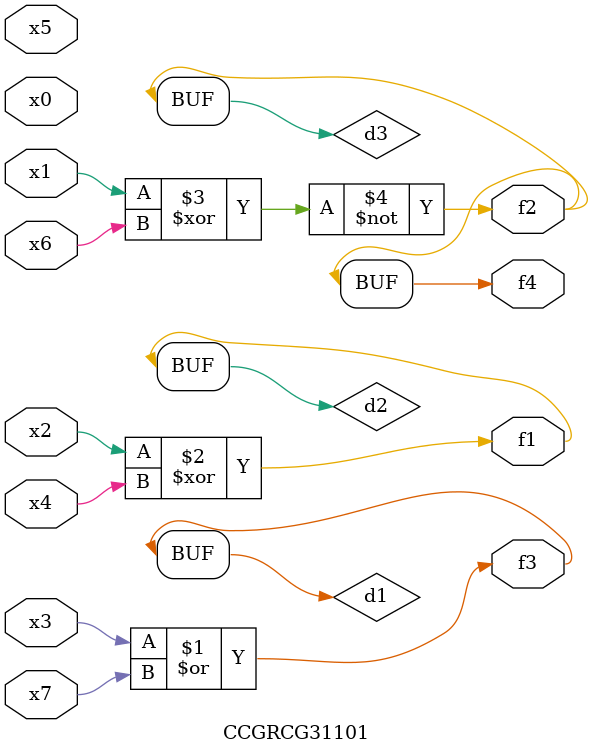
<source format=v>
module CCGRCG31101(
	input x0, x1, x2, x3, x4, x5, x6, x7,
	output f1, f2, f3, f4
);

	wire d1, d2, d3;

	or (d1, x3, x7);
	xor (d2, x2, x4);
	xnor (d3, x1, x6);
	assign f1 = d2;
	assign f2 = d3;
	assign f3 = d1;
	assign f4 = d3;
endmodule

</source>
